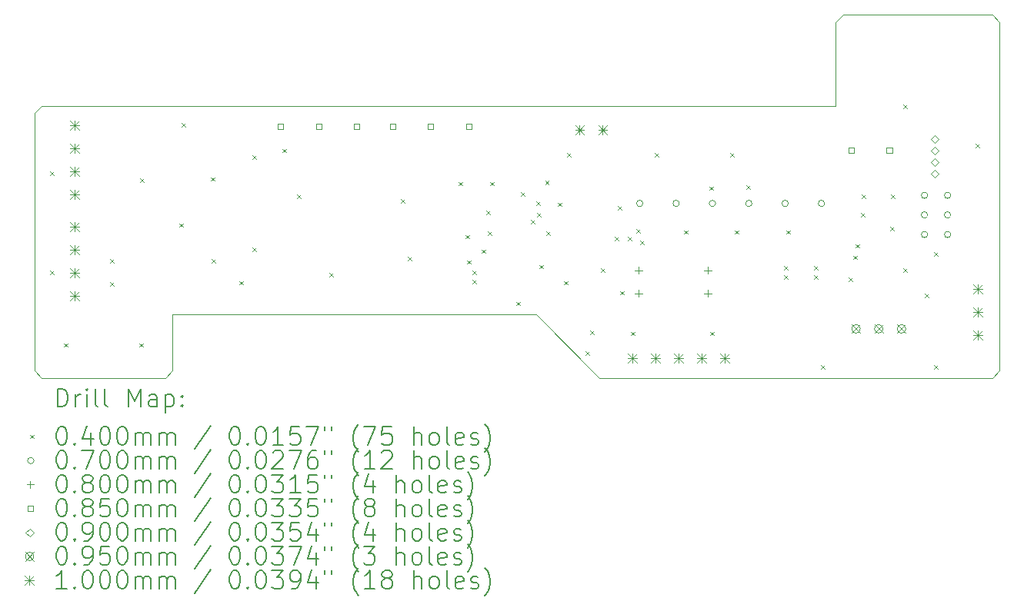
<source format=gbr>
%FSLAX45Y45*%
G04 Gerber Fmt 4.5, Leading zero omitted, Abs format (unit mm)*
G04 Created by KiCad (PCBNEW (6.0.2)) date 2022-03-27 15:57:51*
%MOMM*%
%LPD*%
G01*
G04 APERTURE LIST*
%TA.AperFunction,Profile*%
%ADD10C,0.100000*%
%TD*%
%ADD11C,0.200000*%
%ADD12C,0.040000*%
%ADD13C,0.070000*%
%ADD14C,0.080000*%
%ADD15C,0.085000*%
%ADD16C,0.090000*%
%ADD17C,0.095000*%
%ADD18C,0.100000*%
G04 APERTURE END LIST*
D10*
X5800000Y-8220000D02*
X5880000Y-8300000D01*
X7320000Y-8220000D02*
X7240000Y-8300000D01*
X16420000Y-8220000D02*
X16340000Y-8300000D01*
X14620000Y-4380000D02*
X14620000Y-5300000D01*
X11320000Y-7600000D02*
X12020000Y-8300000D01*
X16420000Y-8220000D02*
X16420000Y-4380000D01*
X16420000Y-4380000D02*
X16340000Y-4300000D01*
X5880000Y-8300000D02*
X7240000Y-8300000D01*
X7320000Y-8220000D02*
X7320000Y-7600000D01*
X16340000Y-8300000D02*
X12020000Y-8300000D01*
X5880000Y-5300000D02*
X5800000Y-5380000D01*
X5800000Y-8220000D02*
X5800000Y-5380000D01*
X14620000Y-5300000D02*
X5880000Y-5300000D01*
X14700000Y-4300000D02*
X14620000Y-4380000D01*
X16340000Y-4300000D02*
X14700000Y-4300000D01*
X7320000Y-7600000D02*
X11320000Y-7600000D01*
D11*
D12*
X5974400Y-6025200D02*
X6014400Y-6065200D01*
X6014400Y-6025200D02*
X5974400Y-6065200D01*
X5974400Y-7117400D02*
X6014400Y-7157400D01*
X6014400Y-7117400D02*
X5974400Y-7157400D01*
X6126800Y-7917500D02*
X6166800Y-7957500D01*
X6166800Y-7917500D02*
X6126800Y-7957500D01*
X6634800Y-6990400D02*
X6674800Y-7030400D01*
X6674800Y-6990400D02*
X6634800Y-7030400D01*
X6634800Y-7244400D02*
X6674800Y-7284400D01*
X6674800Y-7244400D02*
X6634800Y-7284400D01*
X6952300Y-7917500D02*
X6992300Y-7957500D01*
X6992300Y-7917500D02*
X6952300Y-7957500D01*
X6965000Y-6101400D02*
X7005000Y-6141400D01*
X7005000Y-6101400D02*
X6965000Y-6141400D01*
X7396800Y-6596700D02*
X7436800Y-6636700D01*
X7436800Y-6596700D02*
X7396800Y-6636700D01*
X7422200Y-5491800D02*
X7462200Y-5531800D01*
X7462200Y-5491800D02*
X7422200Y-5531800D01*
X7739700Y-6088700D02*
X7779700Y-6128700D01*
X7779700Y-6088700D02*
X7739700Y-6128700D01*
X7752400Y-6990400D02*
X7792400Y-7030400D01*
X7792400Y-6990400D02*
X7752400Y-7030400D01*
X8057200Y-7231700D02*
X8097200Y-7271700D01*
X8097200Y-7231700D02*
X8057200Y-7271700D01*
X8196900Y-5847400D02*
X8236900Y-5887400D01*
X8236900Y-5847400D02*
X8196900Y-5887400D01*
X8196900Y-6863400D02*
X8236900Y-6903400D01*
X8236900Y-6863400D02*
X8196900Y-6903400D01*
X8527100Y-5774950D02*
X8567100Y-5814950D01*
X8567100Y-5774950D02*
X8527100Y-5814950D01*
X8692200Y-6279200D02*
X8732200Y-6319200D01*
X8732200Y-6279200D02*
X8692200Y-6319200D01*
X9047800Y-7142800D02*
X9087800Y-7182800D01*
X9087800Y-7142800D02*
X9047800Y-7182800D01*
X9835200Y-6330000D02*
X9875200Y-6370000D01*
X9875200Y-6330000D02*
X9835200Y-6370000D01*
X9911400Y-6965000D02*
X9951400Y-7005000D01*
X9951400Y-6965000D02*
X9911400Y-7005000D01*
X10470200Y-6139500D02*
X10510200Y-6179500D01*
X10510200Y-6139500D02*
X10470200Y-6179500D01*
X10546400Y-6723700D02*
X10586400Y-6763700D01*
X10586400Y-6723700D02*
X10546400Y-6763700D01*
X10559100Y-7003100D02*
X10599100Y-7043100D01*
X10599100Y-7003100D02*
X10559100Y-7043100D01*
X10622600Y-7117400D02*
X10662600Y-7157400D01*
X10662600Y-7117400D02*
X10622600Y-7157400D01*
X10622600Y-7219000D02*
X10662600Y-7259000D01*
X10662600Y-7219000D02*
X10622600Y-7259000D01*
X10724200Y-6882448D02*
X10764200Y-6922448D01*
X10764200Y-6882448D02*
X10724200Y-6922448D01*
X10775000Y-6457000D02*
X10815000Y-6497000D01*
X10815000Y-6457000D02*
X10775000Y-6497000D01*
X10787700Y-6682596D02*
X10827700Y-6722596D01*
X10827700Y-6682596D02*
X10787700Y-6722596D01*
X10813100Y-6139500D02*
X10853100Y-6179500D01*
X10853100Y-6139500D02*
X10813100Y-6179500D01*
X11105200Y-7460300D02*
X11145200Y-7500300D01*
X11145200Y-7460300D02*
X11105200Y-7500300D01*
X11156000Y-6253800D02*
X11196000Y-6293800D01*
X11196000Y-6253800D02*
X11156000Y-6293800D01*
X11266550Y-6558600D02*
X11306550Y-6598600D01*
X11306550Y-6558600D02*
X11266550Y-6598600D01*
X11321100Y-6355400D02*
X11361100Y-6395400D01*
X11361100Y-6355400D02*
X11321100Y-6395400D01*
X11333800Y-6482400D02*
X11373800Y-6522400D01*
X11373800Y-6482400D02*
X11333800Y-6522400D01*
X11359200Y-7053900D02*
X11399200Y-7093900D01*
X11399200Y-7053900D02*
X11359200Y-7093900D01*
X11420528Y-6122997D02*
X11460528Y-6162997D01*
X11460528Y-6122997D02*
X11420528Y-6162997D01*
X11435400Y-6685600D02*
X11475400Y-6725600D01*
X11475400Y-6685600D02*
X11435400Y-6725600D01*
X11562400Y-6368100D02*
X11602400Y-6408100D01*
X11602400Y-6368100D02*
X11562400Y-6408100D01*
X11625900Y-7231700D02*
X11665900Y-7271700D01*
X11665900Y-7231700D02*
X11625900Y-7271700D01*
X11664000Y-5822000D02*
X11704000Y-5862000D01*
X11704000Y-5822000D02*
X11664000Y-5862000D01*
X11867200Y-8006400D02*
X11907200Y-8046400D01*
X11907200Y-8006400D02*
X11867200Y-8046400D01*
X11918000Y-7777800D02*
X11958000Y-7817800D01*
X11958000Y-7777800D02*
X11918000Y-7817800D01*
X12034840Y-7092000D02*
X12074840Y-7132000D01*
X12074840Y-7092000D02*
X12034840Y-7132000D01*
X12184700Y-6745999D02*
X12224700Y-6785999D01*
X12224700Y-6745999D02*
X12184700Y-6785999D01*
X12222800Y-6406200D02*
X12262800Y-6446200D01*
X12262800Y-6406200D02*
X12222800Y-6446200D01*
X12248200Y-7340920D02*
X12288200Y-7380920D01*
X12288200Y-7340920D02*
X12248200Y-7380920D01*
X12329924Y-6743575D02*
X12369924Y-6783575D01*
X12369924Y-6743575D02*
X12329924Y-6783575D01*
X12362500Y-7790500D02*
X12402500Y-7830500D01*
X12402500Y-7790500D02*
X12362500Y-7830500D01*
X12426000Y-6660200D02*
X12466000Y-6700200D01*
X12466000Y-6660200D02*
X12426000Y-6700200D01*
X12464100Y-6787200D02*
X12504100Y-6827200D01*
X12504100Y-6787200D02*
X12464100Y-6827200D01*
X12629200Y-5822000D02*
X12669200Y-5862000D01*
X12669200Y-5822000D02*
X12629200Y-5862000D01*
X12946700Y-6672900D02*
X12986700Y-6712900D01*
X12986700Y-6672900D02*
X12946700Y-6712900D01*
X13226100Y-6190300D02*
X13266100Y-6230300D01*
X13266100Y-6190300D02*
X13226100Y-6230300D01*
X13238800Y-7790500D02*
X13278800Y-7830500D01*
X13278800Y-7790500D02*
X13238800Y-7830500D01*
X13454700Y-5822000D02*
X13494700Y-5862000D01*
X13494700Y-5822000D02*
X13454700Y-5862000D01*
X13505500Y-6672900D02*
X13545500Y-6712900D01*
X13545500Y-6672900D02*
X13505500Y-6712900D01*
X13632500Y-6177600D02*
X13672500Y-6217600D01*
X13672500Y-6177600D02*
X13632500Y-6217600D01*
X14051600Y-7066600D02*
X14091600Y-7106600D01*
X14091600Y-7066600D02*
X14051600Y-7106600D01*
X14051600Y-7168200D02*
X14091600Y-7208200D01*
X14091600Y-7168200D02*
X14051600Y-7208200D01*
X14077000Y-6672900D02*
X14117000Y-6712900D01*
X14117000Y-6672900D02*
X14077000Y-6712900D01*
X14381800Y-7066600D02*
X14421800Y-7106600D01*
X14421800Y-7066600D02*
X14381800Y-7106600D01*
X14381800Y-7168200D02*
X14421800Y-7208200D01*
X14421800Y-7168200D02*
X14381800Y-7208200D01*
X14458000Y-8158800D02*
X14498000Y-8198800D01*
X14498000Y-8158800D02*
X14458000Y-8198800D01*
X14762800Y-7193600D02*
X14802800Y-7233600D01*
X14802800Y-7193600D02*
X14762800Y-7233600D01*
X14813600Y-6952300D02*
X14853600Y-6992300D01*
X14853600Y-6952300D02*
X14813600Y-6992300D01*
X14839000Y-6825300D02*
X14879000Y-6865300D01*
X14879000Y-6825300D02*
X14839000Y-6865300D01*
X14899960Y-6482400D02*
X14939960Y-6522400D01*
X14939960Y-6482400D02*
X14899960Y-6522400D01*
X14902500Y-6279200D02*
X14942500Y-6319200D01*
X14942500Y-6279200D02*
X14902500Y-6319200D01*
X15220000Y-6634800D02*
X15260000Y-6674800D01*
X15260000Y-6634800D02*
X15220000Y-6674800D01*
X15230160Y-6279200D02*
X15270160Y-6319200D01*
X15270160Y-6279200D02*
X15230160Y-6319200D01*
X15359700Y-5288600D02*
X15399700Y-5328600D01*
X15399700Y-5288600D02*
X15359700Y-5328600D01*
X15359700Y-7092000D02*
X15399700Y-7132000D01*
X15399700Y-7092000D02*
X15359700Y-7132000D01*
X15601000Y-7371400D02*
X15641000Y-7411400D01*
X15641000Y-7371400D02*
X15601000Y-7411400D01*
X15702600Y-6914200D02*
X15742600Y-6954200D01*
X15742600Y-6914200D02*
X15702600Y-6954200D01*
X15702600Y-8158800D02*
X15742600Y-8198800D01*
X15742600Y-8158800D02*
X15702600Y-8198800D01*
X16159800Y-5720400D02*
X16199800Y-5760400D01*
X16199800Y-5720400D02*
X16159800Y-5760400D01*
D13*
X12497000Y-6375700D02*
G75*
G03*
X12497000Y-6375700I-35000J0D01*
G01*
X12897000Y-6375700D02*
G75*
G03*
X12897000Y-6375700I-35000J0D01*
G01*
X13297000Y-6375700D02*
G75*
G03*
X13297000Y-6375700I-35000J0D01*
G01*
X13697000Y-6375700D02*
G75*
G03*
X13697000Y-6375700I-35000J0D01*
G01*
X14097000Y-6375700D02*
G75*
G03*
X14097000Y-6375700I-35000J0D01*
G01*
X14497000Y-6375700D02*
G75*
G03*
X14497000Y-6375700I-35000J0D01*
G01*
X15630600Y-6286500D02*
G75*
G03*
X15630600Y-6286500I-35000J0D01*
G01*
X15630600Y-6502400D02*
G75*
G03*
X15630600Y-6502400I-35000J0D01*
G01*
X15630600Y-6718300D02*
G75*
G03*
X15630600Y-6718300I-35000J0D01*
G01*
X15884600Y-6286500D02*
G75*
G03*
X15884600Y-6286500I-35000J0D01*
G01*
X15884600Y-6502400D02*
G75*
G03*
X15884600Y-6502400I-35000J0D01*
G01*
X15884600Y-6718300D02*
G75*
G03*
X15884600Y-6718300I-35000J0D01*
G01*
D14*
X12450250Y-7071500D02*
X12450250Y-7151500D01*
X12410250Y-7111500D02*
X12490250Y-7111500D01*
X12450250Y-7325500D02*
X12450250Y-7405500D01*
X12410250Y-7365500D02*
X12490250Y-7365500D01*
X13212250Y-7071500D02*
X13212250Y-7151500D01*
X13172250Y-7111500D02*
X13252250Y-7111500D01*
X13212250Y-7325500D02*
X13212250Y-7405500D01*
X13172250Y-7365500D02*
X13252250Y-7365500D01*
D15*
X8537252Y-5554552D02*
X8537252Y-5494448D01*
X8477148Y-5494448D01*
X8477148Y-5554552D01*
X8537252Y-5554552D01*
X8957252Y-5554552D02*
X8957252Y-5494448D01*
X8897148Y-5494448D01*
X8897148Y-5554552D01*
X8957252Y-5554552D01*
X9377252Y-5554552D02*
X9377252Y-5494448D01*
X9317148Y-5494448D01*
X9317148Y-5554552D01*
X9377252Y-5554552D01*
X9770052Y-5554552D02*
X9770052Y-5494448D01*
X9709948Y-5494448D01*
X9709948Y-5554552D01*
X9770052Y-5554552D01*
X10190052Y-5554552D02*
X10190052Y-5494448D01*
X10129948Y-5494448D01*
X10129948Y-5554552D01*
X10190052Y-5554552D01*
X10610052Y-5554552D02*
X10610052Y-5494448D01*
X10549948Y-5494448D01*
X10549948Y-5554552D01*
X10610052Y-5554552D01*
X14818752Y-5819552D02*
X14818752Y-5759448D01*
X14758648Y-5759448D01*
X14758648Y-5819552D01*
X14818752Y-5819552D01*
X15238752Y-5819552D02*
X15238752Y-5759448D01*
X15178648Y-5759448D01*
X15178648Y-5819552D01*
X15238752Y-5819552D01*
D16*
X15710000Y-5714000D02*
X15755000Y-5669000D01*
X15710000Y-5624000D01*
X15665000Y-5669000D01*
X15710000Y-5714000D01*
X15710000Y-5841000D02*
X15755000Y-5796000D01*
X15710000Y-5751000D01*
X15665000Y-5796000D01*
X15710000Y-5841000D01*
X15710000Y-5968000D02*
X15755000Y-5923000D01*
X15710000Y-5878000D01*
X15665000Y-5923000D01*
X15710000Y-5968000D01*
X15710000Y-6095000D02*
X15755000Y-6050000D01*
X15710000Y-6005000D01*
X15665000Y-6050000D01*
X15710000Y-6095000D01*
D17*
X14794100Y-7710100D02*
X14889100Y-7805100D01*
X14889100Y-7710100D02*
X14794100Y-7805100D01*
X14889100Y-7757600D02*
G75*
G03*
X14889100Y-7757600I-47500J0D01*
G01*
X15044100Y-7710100D02*
X15139100Y-7805100D01*
X15139100Y-7710100D02*
X15044100Y-7805100D01*
X15139100Y-7757600D02*
G75*
G03*
X15139100Y-7757600I-47500J0D01*
G01*
X15294100Y-7710100D02*
X15389100Y-7805100D01*
X15389100Y-7710100D02*
X15294100Y-7805100D01*
X15389100Y-7757600D02*
G75*
G03*
X15389100Y-7757600I-47500J0D01*
G01*
D18*
X6192700Y-5462800D02*
X6292700Y-5562800D01*
X6292700Y-5462800D02*
X6192700Y-5562800D01*
X6242700Y-5462800D02*
X6242700Y-5562800D01*
X6192700Y-5512800D02*
X6292700Y-5512800D01*
X6192700Y-5716800D02*
X6292700Y-5816800D01*
X6292700Y-5716800D02*
X6192700Y-5816800D01*
X6242700Y-5716800D02*
X6242700Y-5816800D01*
X6192700Y-5766800D02*
X6292700Y-5766800D01*
X6192700Y-5970800D02*
X6292700Y-6070800D01*
X6292700Y-5970800D02*
X6192700Y-6070800D01*
X6242700Y-5970800D02*
X6242700Y-6070800D01*
X6192700Y-6020800D02*
X6292700Y-6020800D01*
X6192700Y-6224800D02*
X6292700Y-6324800D01*
X6292700Y-6224800D02*
X6192700Y-6324800D01*
X6242700Y-6224800D02*
X6242700Y-6324800D01*
X6192700Y-6274800D02*
X6292700Y-6274800D01*
X6192700Y-6580400D02*
X6292700Y-6680400D01*
X6292700Y-6580400D02*
X6192700Y-6680400D01*
X6242700Y-6580400D02*
X6242700Y-6680400D01*
X6192700Y-6630400D02*
X6292700Y-6630400D01*
X6192700Y-6834400D02*
X6292700Y-6934400D01*
X6292700Y-6834400D02*
X6192700Y-6934400D01*
X6242700Y-6834400D02*
X6242700Y-6934400D01*
X6192700Y-6884400D02*
X6292700Y-6884400D01*
X6192700Y-7088400D02*
X6292700Y-7188400D01*
X6292700Y-7088400D02*
X6192700Y-7188400D01*
X6242700Y-7088400D02*
X6242700Y-7188400D01*
X6192700Y-7138400D02*
X6292700Y-7138400D01*
X6192700Y-7342400D02*
X6292700Y-7442400D01*
X6292700Y-7342400D02*
X6192700Y-7442400D01*
X6242700Y-7342400D02*
X6242700Y-7442400D01*
X6192700Y-7392400D02*
X6292700Y-7392400D01*
X11750650Y-5512600D02*
X11850650Y-5612600D01*
X11850650Y-5512600D02*
X11750650Y-5612600D01*
X11800650Y-5512600D02*
X11800650Y-5612600D01*
X11750650Y-5562600D02*
X11850650Y-5562600D01*
X12004650Y-5512600D02*
X12104650Y-5612600D01*
X12104650Y-5512600D02*
X12004650Y-5612600D01*
X12054650Y-5512600D02*
X12054650Y-5612600D01*
X12004650Y-5562600D02*
X12104650Y-5562600D01*
X12333000Y-8027200D02*
X12433000Y-8127200D01*
X12433000Y-8027200D02*
X12333000Y-8127200D01*
X12383000Y-8027200D02*
X12383000Y-8127200D01*
X12333000Y-8077200D02*
X12433000Y-8077200D01*
X12587000Y-8027200D02*
X12687000Y-8127200D01*
X12687000Y-8027200D02*
X12587000Y-8127200D01*
X12637000Y-8027200D02*
X12637000Y-8127200D01*
X12587000Y-8077200D02*
X12687000Y-8077200D01*
X12841000Y-8027200D02*
X12941000Y-8127200D01*
X12941000Y-8027200D02*
X12841000Y-8127200D01*
X12891000Y-8027200D02*
X12891000Y-8127200D01*
X12841000Y-8077200D02*
X12941000Y-8077200D01*
X13095000Y-8027200D02*
X13195000Y-8127200D01*
X13195000Y-8027200D02*
X13095000Y-8127200D01*
X13145000Y-8027200D02*
X13145000Y-8127200D01*
X13095000Y-8077200D02*
X13195000Y-8077200D01*
X13349000Y-8027200D02*
X13449000Y-8127200D01*
X13449000Y-8027200D02*
X13349000Y-8127200D01*
X13399000Y-8027200D02*
X13399000Y-8127200D01*
X13349000Y-8077200D02*
X13449000Y-8077200D01*
X16129800Y-7266700D02*
X16229800Y-7366700D01*
X16229800Y-7266700D02*
X16129800Y-7366700D01*
X16179800Y-7266700D02*
X16179800Y-7366700D01*
X16129800Y-7316700D02*
X16229800Y-7316700D01*
X16129800Y-7520700D02*
X16229800Y-7620700D01*
X16229800Y-7520700D02*
X16129800Y-7620700D01*
X16179800Y-7520700D02*
X16179800Y-7620700D01*
X16129800Y-7570700D02*
X16229800Y-7570700D01*
X16129800Y-7774700D02*
X16229800Y-7874700D01*
X16229800Y-7774700D02*
X16129800Y-7874700D01*
X16179800Y-7774700D02*
X16179800Y-7874700D01*
X16129800Y-7824700D02*
X16229800Y-7824700D01*
D11*
X6052619Y-8615476D02*
X6052619Y-8415476D01*
X6100238Y-8415476D01*
X6128809Y-8425000D01*
X6147857Y-8444048D01*
X6157381Y-8463095D01*
X6166905Y-8501190D01*
X6166905Y-8529762D01*
X6157381Y-8567857D01*
X6147857Y-8586905D01*
X6128809Y-8605952D01*
X6100238Y-8615476D01*
X6052619Y-8615476D01*
X6252619Y-8615476D02*
X6252619Y-8482143D01*
X6252619Y-8520238D02*
X6262143Y-8501190D01*
X6271667Y-8491667D01*
X6290714Y-8482143D01*
X6309762Y-8482143D01*
X6376428Y-8615476D02*
X6376428Y-8482143D01*
X6376428Y-8415476D02*
X6366905Y-8425000D01*
X6376428Y-8434524D01*
X6385952Y-8425000D01*
X6376428Y-8415476D01*
X6376428Y-8434524D01*
X6500238Y-8615476D02*
X6481190Y-8605952D01*
X6471667Y-8586905D01*
X6471667Y-8415476D01*
X6605000Y-8615476D02*
X6585952Y-8605952D01*
X6576428Y-8586905D01*
X6576428Y-8415476D01*
X6833571Y-8615476D02*
X6833571Y-8415476D01*
X6900238Y-8558333D01*
X6966905Y-8415476D01*
X6966905Y-8615476D01*
X7147857Y-8615476D02*
X7147857Y-8510714D01*
X7138333Y-8491667D01*
X7119286Y-8482143D01*
X7081190Y-8482143D01*
X7062143Y-8491667D01*
X7147857Y-8605952D02*
X7128809Y-8615476D01*
X7081190Y-8615476D01*
X7062143Y-8605952D01*
X7052619Y-8586905D01*
X7052619Y-8567857D01*
X7062143Y-8548810D01*
X7081190Y-8539286D01*
X7128809Y-8539286D01*
X7147857Y-8529762D01*
X7243095Y-8482143D02*
X7243095Y-8682143D01*
X7243095Y-8491667D02*
X7262143Y-8482143D01*
X7300238Y-8482143D01*
X7319286Y-8491667D01*
X7328809Y-8501190D01*
X7338333Y-8520238D01*
X7338333Y-8577381D01*
X7328809Y-8596429D01*
X7319286Y-8605952D01*
X7300238Y-8615476D01*
X7262143Y-8615476D01*
X7243095Y-8605952D01*
X7424048Y-8596429D02*
X7433571Y-8605952D01*
X7424048Y-8615476D01*
X7414524Y-8605952D01*
X7424048Y-8596429D01*
X7424048Y-8615476D01*
X7424048Y-8491667D02*
X7433571Y-8501190D01*
X7424048Y-8510714D01*
X7414524Y-8501190D01*
X7424048Y-8491667D01*
X7424048Y-8510714D01*
D12*
X5755000Y-8925000D02*
X5795000Y-8965000D01*
X5795000Y-8925000D02*
X5755000Y-8965000D01*
D11*
X6090714Y-8835476D02*
X6109762Y-8835476D01*
X6128809Y-8845000D01*
X6138333Y-8854524D01*
X6147857Y-8873571D01*
X6157381Y-8911667D01*
X6157381Y-8959286D01*
X6147857Y-8997381D01*
X6138333Y-9016429D01*
X6128809Y-9025952D01*
X6109762Y-9035476D01*
X6090714Y-9035476D01*
X6071667Y-9025952D01*
X6062143Y-9016429D01*
X6052619Y-8997381D01*
X6043095Y-8959286D01*
X6043095Y-8911667D01*
X6052619Y-8873571D01*
X6062143Y-8854524D01*
X6071667Y-8845000D01*
X6090714Y-8835476D01*
X6243095Y-9016429D02*
X6252619Y-9025952D01*
X6243095Y-9035476D01*
X6233571Y-9025952D01*
X6243095Y-9016429D01*
X6243095Y-9035476D01*
X6424048Y-8902143D02*
X6424048Y-9035476D01*
X6376428Y-8825952D02*
X6328809Y-8968810D01*
X6452619Y-8968810D01*
X6566905Y-8835476D02*
X6585952Y-8835476D01*
X6605000Y-8845000D01*
X6614524Y-8854524D01*
X6624048Y-8873571D01*
X6633571Y-8911667D01*
X6633571Y-8959286D01*
X6624048Y-8997381D01*
X6614524Y-9016429D01*
X6605000Y-9025952D01*
X6585952Y-9035476D01*
X6566905Y-9035476D01*
X6547857Y-9025952D01*
X6538333Y-9016429D01*
X6528809Y-8997381D01*
X6519286Y-8959286D01*
X6519286Y-8911667D01*
X6528809Y-8873571D01*
X6538333Y-8854524D01*
X6547857Y-8845000D01*
X6566905Y-8835476D01*
X6757381Y-8835476D02*
X6776428Y-8835476D01*
X6795476Y-8845000D01*
X6805000Y-8854524D01*
X6814524Y-8873571D01*
X6824048Y-8911667D01*
X6824048Y-8959286D01*
X6814524Y-8997381D01*
X6805000Y-9016429D01*
X6795476Y-9025952D01*
X6776428Y-9035476D01*
X6757381Y-9035476D01*
X6738333Y-9025952D01*
X6728809Y-9016429D01*
X6719286Y-8997381D01*
X6709762Y-8959286D01*
X6709762Y-8911667D01*
X6719286Y-8873571D01*
X6728809Y-8854524D01*
X6738333Y-8845000D01*
X6757381Y-8835476D01*
X6909762Y-9035476D02*
X6909762Y-8902143D01*
X6909762Y-8921190D02*
X6919286Y-8911667D01*
X6938333Y-8902143D01*
X6966905Y-8902143D01*
X6985952Y-8911667D01*
X6995476Y-8930714D01*
X6995476Y-9035476D01*
X6995476Y-8930714D02*
X7005000Y-8911667D01*
X7024048Y-8902143D01*
X7052619Y-8902143D01*
X7071667Y-8911667D01*
X7081190Y-8930714D01*
X7081190Y-9035476D01*
X7176428Y-9035476D02*
X7176428Y-8902143D01*
X7176428Y-8921190D02*
X7185952Y-8911667D01*
X7205000Y-8902143D01*
X7233571Y-8902143D01*
X7252619Y-8911667D01*
X7262143Y-8930714D01*
X7262143Y-9035476D01*
X7262143Y-8930714D02*
X7271667Y-8911667D01*
X7290714Y-8902143D01*
X7319286Y-8902143D01*
X7338333Y-8911667D01*
X7347857Y-8930714D01*
X7347857Y-9035476D01*
X7738333Y-8825952D02*
X7566905Y-9083095D01*
X7995476Y-8835476D02*
X8014524Y-8835476D01*
X8033571Y-8845000D01*
X8043095Y-8854524D01*
X8052619Y-8873571D01*
X8062143Y-8911667D01*
X8062143Y-8959286D01*
X8052619Y-8997381D01*
X8043095Y-9016429D01*
X8033571Y-9025952D01*
X8014524Y-9035476D01*
X7995476Y-9035476D01*
X7976428Y-9025952D01*
X7966905Y-9016429D01*
X7957381Y-8997381D01*
X7947857Y-8959286D01*
X7947857Y-8911667D01*
X7957381Y-8873571D01*
X7966905Y-8854524D01*
X7976428Y-8845000D01*
X7995476Y-8835476D01*
X8147857Y-9016429D02*
X8157381Y-9025952D01*
X8147857Y-9035476D01*
X8138333Y-9025952D01*
X8147857Y-9016429D01*
X8147857Y-9035476D01*
X8281190Y-8835476D02*
X8300238Y-8835476D01*
X8319286Y-8845000D01*
X8328809Y-8854524D01*
X8338333Y-8873571D01*
X8347857Y-8911667D01*
X8347857Y-8959286D01*
X8338333Y-8997381D01*
X8328809Y-9016429D01*
X8319286Y-9025952D01*
X8300238Y-9035476D01*
X8281190Y-9035476D01*
X8262143Y-9025952D01*
X8252619Y-9016429D01*
X8243095Y-8997381D01*
X8233571Y-8959286D01*
X8233571Y-8911667D01*
X8243095Y-8873571D01*
X8252619Y-8854524D01*
X8262143Y-8845000D01*
X8281190Y-8835476D01*
X8538333Y-9035476D02*
X8424048Y-9035476D01*
X8481190Y-9035476D02*
X8481190Y-8835476D01*
X8462143Y-8864048D01*
X8443095Y-8883095D01*
X8424048Y-8892619D01*
X8719286Y-8835476D02*
X8624048Y-8835476D01*
X8614524Y-8930714D01*
X8624048Y-8921190D01*
X8643095Y-8911667D01*
X8690714Y-8911667D01*
X8709762Y-8921190D01*
X8719286Y-8930714D01*
X8728810Y-8949762D01*
X8728810Y-8997381D01*
X8719286Y-9016429D01*
X8709762Y-9025952D01*
X8690714Y-9035476D01*
X8643095Y-9035476D01*
X8624048Y-9025952D01*
X8614524Y-9016429D01*
X8795476Y-8835476D02*
X8928810Y-8835476D01*
X8843095Y-9035476D01*
X8995476Y-8835476D02*
X8995476Y-8873571D01*
X9071667Y-8835476D02*
X9071667Y-8873571D01*
X9366905Y-9111667D02*
X9357381Y-9102143D01*
X9338333Y-9073571D01*
X9328810Y-9054524D01*
X9319286Y-9025952D01*
X9309762Y-8978333D01*
X9309762Y-8940238D01*
X9319286Y-8892619D01*
X9328810Y-8864048D01*
X9338333Y-8845000D01*
X9357381Y-8816429D01*
X9366905Y-8806905D01*
X9424048Y-8835476D02*
X9557381Y-8835476D01*
X9471667Y-9035476D01*
X9728810Y-8835476D02*
X9633571Y-8835476D01*
X9624048Y-8930714D01*
X9633571Y-8921190D01*
X9652619Y-8911667D01*
X9700238Y-8911667D01*
X9719286Y-8921190D01*
X9728810Y-8930714D01*
X9738333Y-8949762D01*
X9738333Y-8997381D01*
X9728810Y-9016429D01*
X9719286Y-9025952D01*
X9700238Y-9035476D01*
X9652619Y-9035476D01*
X9633571Y-9025952D01*
X9624048Y-9016429D01*
X9976429Y-9035476D02*
X9976429Y-8835476D01*
X10062143Y-9035476D02*
X10062143Y-8930714D01*
X10052619Y-8911667D01*
X10033571Y-8902143D01*
X10005000Y-8902143D01*
X9985952Y-8911667D01*
X9976429Y-8921190D01*
X10185952Y-9035476D02*
X10166905Y-9025952D01*
X10157381Y-9016429D01*
X10147857Y-8997381D01*
X10147857Y-8940238D01*
X10157381Y-8921190D01*
X10166905Y-8911667D01*
X10185952Y-8902143D01*
X10214524Y-8902143D01*
X10233571Y-8911667D01*
X10243095Y-8921190D01*
X10252619Y-8940238D01*
X10252619Y-8997381D01*
X10243095Y-9016429D01*
X10233571Y-9025952D01*
X10214524Y-9035476D01*
X10185952Y-9035476D01*
X10366905Y-9035476D02*
X10347857Y-9025952D01*
X10338333Y-9006905D01*
X10338333Y-8835476D01*
X10519286Y-9025952D02*
X10500238Y-9035476D01*
X10462143Y-9035476D01*
X10443095Y-9025952D01*
X10433571Y-9006905D01*
X10433571Y-8930714D01*
X10443095Y-8911667D01*
X10462143Y-8902143D01*
X10500238Y-8902143D01*
X10519286Y-8911667D01*
X10528810Y-8930714D01*
X10528810Y-8949762D01*
X10433571Y-8968810D01*
X10605000Y-9025952D02*
X10624048Y-9035476D01*
X10662143Y-9035476D01*
X10681190Y-9025952D01*
X10690714Y-9006905D01*
X10690714Y-8997381D01*
X10681190Y-8978333D01*
X10662143Y-8968810D01*
X10633571Y-8968810D01*
X10614524Y-8959286D01*
X10605000Y-8940238D01*
X10605000Y-8930714D01*
X10614524Y-8911667D01*
X10633571Y-8902143D01*
X10662143Y-8902143D01*
X10681190Y-8911667D01*
X10757381Y-9111667D02*
X10766905Y-9102143D01*
X10785952Y-9073571D01*
X10795476Y-9054524D01*
X10805000Y-9025952D01*
X10814524Y-8978333D01*
X10814524Y-8940238D01*
X10805000Y-8892619D01*
X10795476Y-8864048D01*
X10785952Y-8845000D01*
X10766905Y-8816429D01*
X10757381Y-8806905D01*
D13*
X5795000Y-9209000D02*
G75*
G03*
X5795000Y-9209000I-35000J0D01*
G01*
D11*
X6090714Y-9099476D02*
X6109762Y-9099476D01*
X6128809Y-9109000D01*
X6138333Y-9118524D01*
X6147857Y-9137571D01*
X6157381Y-9175667D01*
X6157381Y-9223286D01*
X6147857Y-9261381D01*
X6138333Y-9280429D01*
X6128809Y-9289952D01*
X6109762Y-9299476D01*
X6090714Y-9299476D01*
X6071667Y-9289952D01*
X6062143Y-9280429D01*
X6052619Y-9261381D01*
X6043095Y-9223286D01*
X6043095Y-9175667D01*
X6052619Y-9137571D01*
X6062143Y-9118524D01*
X6071667Y-9109000D01*
X6090714Y-9099476D01*
X6243095Y-9280429D02*
X6252619Y-9289952D01*
X6243095Y-9299476D01*
X6233571Y-9289952D01*
X6243095Y-9280429D01*
X6243095Y-9299476D01*
X6319286Y-9099476D02*
X6452619Y-9099476D01*
X6366905Y-9299476D01*
X6566905Y-9099476D02*
X6585952Y-9099476D01*
X6605000Y-9109000D01*
X6614524Y-9118524D01*
X6624048Y-9137571D01*
X6633571Y-9175667D01*
X6633571Y-9223286D01*
X6624048Y-9261381D01*
X6614524Y-9280429D01*
X6605000Y-9289952D01*
X6585952Y-9299476D01*
X6566905Y-9299476D01*
X6547857Y-9289952D01*
X6538333Y-9280429D01*
X6528809Y-9261381D01*
X6519286Y-9223286D01*
X6519286Y-9175667D01*
X6528809Y-9137571D01*
X6538333Y-9118524D01*
X6547857Y-9109000D01*
X6566905Y-9099476D01*
X6757381Y-9099476D02*
X6776428Y-9099476D01*
X6795476Y-9109000D01*
X6805000Y-9118524D01*
X6814524Y-9137571D01*
X6824048Y-9175667D01*
X6824048Y-9223286D01*
X6814524Y-9261381D01*
X6805000Y-9280429D01*
X6795476Y-9289952D01*
X6776428Y-9299476D01*
X6757381Y-9299476D01*
X6738333Y-9289952D01*
X6728809Y-9280429D01*
X6719286Y-9261381D01*
X6709762Y-9223286D01*
X6709762Y-9175667D01*
X6719286Y-9137571D01*
X6728809Y-9118524D01*
X6738333Y-9109000D01*
X6757381Y-9099476D01*
X6909762Y-9299476D02*
X6909762Y-9166143D01*
X6909762Y-9185190D02*
X6919286Y-9175667D01*
X6938333Y-9166143D01*
X6966905Y-9166143D01*
X6985952Y-9175667D01*
X6995476Y-9194714D01*
X6995476Y-9299476D01*
X6995476Y-9194714D02*
X7005000Y-9175667D01*
X7024048Y-9166143D01*
X7052619Y-9166143D01*
X7071667Y-9175667D01*
X7081190Y-9194714D01*
X7081190Y-9299476D01*
X7176428Y-9299476D02*
X7176428Y-9166143D01*
X7176428Y-9185190D02*
X7185952Y-9175667D01*
X7205000Y-9166143D01*
X7233571Y-9166143D01*
X7252619Y-9175667D01*
X7262143Y-9194714D01*
X7262143Y-9299476D01*
X7262143Y-9194714D02*
X7271667Y-9175667D01*
X7290714Y-9166143D01*
X7319286Y-9166143D01*
X7338333Y-9175667D01*
X7347857Y-9194714D01*
X7347857Y-9299476D01*
X7738333Y-9089952D02*
X7566905Y-9347095D01*
X7995476Y-9099476D02*
X8014524Y-9099476D01*
X8033571Y-9109000D01*
X8043095Y-9118524D01*
X8052619Y-9137571D01*
X8062143Y-9175667D01*
X8062143Y-9223286D01*
X8052619Y-9261381D01*
X8043095Y-9280429D01*
X8033571Y-9289952D01*
X8014524Y-9299476D01*
X7995476Y-9299476D01*
X7976428Y-9289952D01*
X7966905Y-9280429D01*
X7957381Y-9261381D01*
X7947857Y-9223286D01*
X7947857Y-9175667D01*
X7957381Y-9137571D01*
X7966905Y-9118524D01*
X7976428Y-9109000D01*
X7995476Y-9099476D01*
X8147857Y-9280429D02*
X8157381Y-9289952D01*
X8147857Y-9299476D01*
X8138333Y-9289952D01*
X8147857Y-9280429D01*
X8147857Y-9299476D01*
X8281190Y-9099476D02*
X8300238Y-9099476D01*
X8319286Y-9109000D01*
X8328809Y-9118524D01*
X8338333Y-9137571D01*
X8347857Y-9175667D01*
X8347857Y-9223286D01*
X8338333Y-9261381D01*
X8328809Y-9280429D01*
X8319286Y-9289952D01*
X8300238Y-9299476D01*
X8281190Y-9299476D01*
X8262143Y-9289952D01*
X8252619Y-9280429D01*
X8243095Y-9261381D01*
X8233571Y-9223286D01*
X8233571Y-9175667D01*
X8243095Y-9137571D01*
X8252619Y-9118524D01*
X8262143Y-9109000D01*
X8281190Y-9099476D01*
X8424048Y-9118524D02*
X8433571Y-9109000D01*
X8452619Y-9099476D01*
X8500238Y-9099476D01*
X8519286Y-9109000D01*
X8528810Y-9118524D01*
X8538333Y-9137571D01*
X8538333Y-9156619D01*
X8528810Y-9185190D01*
X8414524Y-9299476D01*
X8538333Y-9299476D01*
X8605000Y-9099476D02*
X8738333Y-9099476D01*
X8652619Y-9299476D01*
X8900238Y-9099476D02*
X8862143Y-9099476D01*
X8843095Y-9109000D01*
X8833571Y-9118524D01*
X8814524Y-9147095D01*
X8805000Y-9185190D01*
X8805000Y-9261381D01*
X8814524Y-9280429D01*
X8824048Y-9289952D01*
X8843095Y-9299476D01*
X8881190Y-9299476D01*
X8900238Y-9289952D01*
X8909762Y-9280429D01*
X8919286Y-9261381D01*
X8919286Y-9213762D01*
X8909762Y-9194714D01*
X8900238Y-9185190D01*
X8881190Y-9175667D01*
X8843095Y-9175667D01*
X8824048Y-9185190D01*
X8814524Y-9194714D01*
X8805000Y-9213762D01*
X8995476Y-9099476D02*
X8995476Y-9137571D01*
X9071667Y-9099476D02*
X9071667Y-9137571D01*
X9366905Y-9375667D02*
X9357381Y-9366143D01*
X9338333Y-9337571D01*
X9328810Y-9318524D01*
X9319286Y-9289952D01*
X9309762Y-9242333D01*
X9309762Y-9204238D01*
X9319286Y-9156619D01*
X9328810Y-9128048D01*
X9338333Y-9109000D01*
X9357381Y-9080429D01*
X9366905Y-9070905D01*
X9547857Y-9299476D02*
X9433571Y-9299476D01*
X9490714Y-9299476D02*
X9490714Y-9099476D01*
X9471667Y-9128048D01*
X9452619Y-9147095D01*
X9433571Y-9156619D01*
X9624048Y-9118524D02*
X9633571Y-9109000D01*
X9652619Y-9099476D01*
X9700238Y-9099476D01*
X9719286Y-9109000D01*
X9728810Y-9118524D01*
X9738333Y-9137571D01*
X9738333Y-9156619D01*
X9728810Y-9185190D01*
X9614524Y-9299476D01*
X9738333Y-9299476D01*
X9976429Y-9299476D02*
X9976429Y-9099476D01*
X10062143Y-9299476D02*
X10062143Y-9194714D01*
X10052619Y-9175667D01*
X10033571Y-9166143D01*
X10005000Y-9166143D01*
X9985952Y-9175667D01*
X9976429Y-9185190D01*
X10185952Y-9299476D02*
X10166905Y-9289952D01*
X10157381Y-9280429D01*
X10147857Y-9261381D01*
X10147857Y-9204238D01*
X10157381Y-9185190D01*
X10166905Y-9175667D01*
X10185952Y-9166143D01*
X10214524Y-9166143D01*
X10233571Y-9175667D01*
X10243095Y-9185190D01*
X10252619Y-9204238D01*
X10252619Y-9261381D01*
X10243095Y-9280429D01*
X10233571Y-9289952D01*
X10214524Y-9299476D01*
X10185952Y-9299476D01*
X10366905Y-9299476D02*
X10347857Y-9289952D01*
X10338333Y-9270905D01*
X10338333Y-9099476D01*
X10519286Y-9289952D02*
X10500238Y-9299476D01*
X10462143Y-9299476D01*
X10443095Y-9289952D01*
X10433571Y-9270905D01*
X10433571Y-9194714D01*
X10443095Y-9175667D01*
X10462143Y-9166143D01*
X10500238Y-9166143D01*
X10519286Y-9175667D01*
X10528810Y-9194714D01*
X10528810Y-9213762D01*
X10433571Y-9232810D01*
X10605000Y-9289952D02*
X10624048Y-9299476D01*
X10662143Y-9299476D01*
X10681190Y-9289952D01*
X10690714Y-9270905D01*
X10690714Y-9261381D01*
X10681190Y-9242333D01*
X10662143Y-9232810D01*
X10633571Y-9232810D01*
X10614524Y-9223286D01*
X10605000Y-9204238D01*
X10605000Y-9194714D01*
X10614524Y-9175667D01*
X10633571Y-9166143D01*
X10662143Y-9166143D01*
X10681190Y-9175667D01*
X10757381Y-9375667D02*
X10766905Y-9366143D01*
X10785952Y-9337571D01*
X10795476Y-9318524D01*
X10805000Y-9289952D01*
X10814524Y-9242333D01*
X10814524Y-9204238D01*
X10805000Y-9156619D01*
X10795476Y-9128048D01*
X10785952Y-9109000D01*
X10766905Y-9080429D01*
X10757381Y-9070905D01*
D14*
X5755000Y-9433000D02*
X5755000Y-9513000D01*
X5715000Y-9473000D02*
X5795000Y-9473000D01*
D11*
X6090714Y-9363476D02*
X6109762Y-9363476D01*
X6128809Y-9373000D01*
X6138333Y-9382524D01*
X6147857Y-9401571D01*
X6157381Y-9439667D01*
X6157381Y-9487286D01*
X6147857Y-9525381D01*
X6138333Y-9544429D01*
X6128809Y-9553952D01*
X6109762Y-9563476D01*
X6090714Y-9563476D01*
X6071667Y-9553952D01*
X6062143Y-9544429D01*
X6052619Y-9525381D01*
X6043095Y-9487286D01*
X6043095Y-9439667D01*
X6052619Y-9401571D01*
X6062143Y-9382524D01*
X6071667Y-9373000D01*
X6090714Y-9363476D01*
X6243095Y-9544429D02*
X6252619Y-9553952D01*
X6243095Y-9563476D01*
X6233571Y-9553952D01*
X6243095Y-9544429D01*
X6243095Y-9563476D01*
X6366905Y-9449190D02*
X6347857Y-9439667D01*
X6338333Y-9430143D01*
X6328809Y-9411095D01*
X6328809Y-9401571D01*
X6338333Y-9382524D01*
X6347857Y-9373000D01*
X6366905Y-9363476D01*
X6405000Y-9363476D01*
X6424048Y-9373000D01*
X6433571Y-9382524D01*
X6443095Y-9401571D01*
X6443095Y-9411095D01*
X6433571Y-9430143D01*
X6424048Y-9439667D01*
X6405000Y-9449190D01*
X6366905Y-9449190D01*
X6347857Y-9458714D01*
X6338333Y-9468238D01*
X6328809Y-9487286D01*
X6328809Y-9525381D01*
X6338333Y-9544429D01*
X6347857Y-9553952D01*
X6366905Y-9563476D01*
X6405000Y-9563476D01*
X6424048Y-9553952D01*
X6433571Y-9544429D01*
X6443095Y-9525381D01*
X6443095Y-9487286D01*
X6433571Y-9468238D01*
X6424048Y-9458714D01*
X6405000Y-9449190D01*
X6566905Y-9363476D02*
X6585952Y-9363476D01*
X6605000Y-9373000D01*
X6614524Y-9382524D01*
X6624048Y-9401571D01*
X6633571Y-9439667D01*
X6633571Y-9487286D01*
X6624048Y-9525381D01*
X6614524Y-9544429D01*
X6605000Y-9553952D01*
X6585952Y-9563476D01*
X6566905Y-9563476D01*
X6547857Y-9553952D01*
X6538333Y-9544429D01*
X6528809Y-9525381D01*
X6519286Y-9487286D01*
X6519286Y-9439667D01*
X6528809Y-9401571D01*
X6538333Y-9382524D01*
X6547857Y-9373000D01*
X6566905Y-9363476D01*
X6757381Y-9363476D02*
X6776428Y-9363476D01*
X6795476Y-9373000D01*
X6805000Y-9382524D01*
X6814524Y-9401571D01*
X6824048Y-9439667D01*
X6824048Y-9487286D01*
X6814524Y-9525381D01*
X6805000Y-9544429D01*
X6795476Y-9553952D01*
X6776428Y-9563476D01*
X6757381Y-9563476D01*
X6738333Y-9553952D01*
X6728809Y-9544429D01*
X6719286Y-9525381D01*
X6709762Y-9487286D01*
X6709762Y-9439667D01*
X6719286Y-9401571D01*
X6728809Y-9382524D01*
X6738333Y-9373000D01*
X6757381Y-9363476D01*
X6909762Y-9563476D02*
X6909762Y-9430143D01*
X6909762Y-9449190D02*
X6919286Y-9439667D01*
X6938333Y-9430143D01*
X6966905Y-9430143D01*
X6985952Y-9439667D01*
X6995476Y-9458714D01*
X6995476Y-9563476D01*
X6995476Y-9458714D02*
X7005000Y-9439667D01*
X7024048Y-9430143D01*
X7052619Y-9430143D01*
X7071667Y-9439667D01*
X7081190Y-9458714D01*
X7081190Y-9563476D01*
X7176428Y-9563476D02*
X7176428Y-9430143D01*
X7176428Y-9449190D02*
X7185952Y-9439667D01*
X7205000Y-9430143D01*
X7233571Y-9430143D01*
X7252619Y-9439667D01*
X7262143Y-9458714D01*
X7262143Y-9563476D01*
X7262143Y-9458714D02*
X7271667Y-9439667D01*
X7290714Y-9430143D01*
X7319286Y-9430143D01*
X7338333Y-9439667D01*
X7347857Y-9458714D01*
X7347857Y-9563476D01*
X7738333Y-9353952D02*
X7566905Y-9611095D01*
X7995476Y-9363476D02*
X8014524Y-9363476D01*
X8033571Y-9373000D01*
X8043095Y-9382524D01*
X8052619Y-9401571D01*
X8062143Y-9439667D01*
X8062143Y-9487286D01*
X8052619Y-9525381D01*
X8043095Y-9544429D01*
X8033571Y-9553952D01*
X8014524Y-9563476D01*
X7995476Y-9563476D01*
X7976428Y-9553952D01*
X7966905Y-9544429D01*
X7957381Y-9525381D01*
X7947857Y-9487286D01*
X7947857Y-9439667D01*
X7957381Y-9401571D01*
X7966905Y-9382524D01*
X7976428Y-9373000D01*
X7995476Y-9363476D01*
X8147857Y-9544429D02*
X8157381Y-9553952D01*
X8147857Y-9563476D01*
X8138333Y-9553952D01*
X8147857Y-9544429D01*
X8147857Y-9563476D01*
X8281190Y-9363476D02*
X8300238Y-9363476D01*
X8319286Y-9373000D01*
X8328809Y-9382524D01*
X8338333Y-9401571D01*
X8347857Y-9439667D01*
X8347857Y-9487286D01*
X8338333Y-9525381D01*
X8328809Y-9544429D01*
X8319286Y-9553952D01*
X8300238Y-9563476D01*
X8281190Y-9563476D01*
X8262143Y-9553952D01*
X8252619Y-9544429D01*
X8243095Y-9525381D01*
X8233571Y-9487286D01*
X8233571Y-9439667D01*
X8243095Y-9401571D01*
X8252619Y-9382524D01*
X8262143Y-9373000D01*
X8281190Y-9363476D01*
X8414524Y-9363476D02*
X8538333Y-9363476D01*
X8471667Y-9439667D01*
X8500238Y-9439667D01*
X8519286Y-9449190D01*
X8528810Y-9458714D01*
X8538333Y-9477762D01*
X8538333Y-9525381D01*
X8528810Y-9544429D01*
X8519286Y-9553952D01*
X8500238Y-9563476D01*
X8443095Y-9563476D01*
X8424048Y-9553952D01*
X8414524Y-9544429D01*
X8728810Y-9563476D02*
X8614524Y-9563476D01*
X8671667Y-9563476D02*
X8671667Y-9363476D01*
X8652619Y-9392048D01*
X8633571Y-9411095D01*
X8614524Y-9420619D01*
X8909762Y-9363476D02*
X8814524Y-9363476D01*
X8805000Y-9458714D01*
X8814524Y-9449190D01*
X8833571Y-9439667D01*
X8881190Y-9439667D01*
X8900238Y-9449190D01*
X8909762Y-9458714D01*
X8919286Y-9477762D01*
X8919286Y-9525381D01*
X8909762Y-9544429D01*
X8900238Y-9553952D01*
X8881190Y-9563476D01*
X8833571Y-9563476D01*
X8814524Y-9553952D01*
X8805000Y-9544429D01*
X8995476Y-9363476D02*
X8995476Y-9401571D01*
X9071667Y-9363476D02*
X9071667Y-9401571D01*
X9366905Y-9639667D02*
X9357381Y-9630143D01*
X9338333Y-9601571D01*
X9328810Y-9582524D01*
X9319286Y-9553952D01*
X9309762Y-9506333D01*
X9309762Y-9468238D01*
X9319286Y-9420619D01*
X9328810Y-9392048D01*
X9338333Y-9373000D01*
X9357381Y-9344429D01*
X9366905Y-9334905D01*
X9528810Y-9430143D02*
X9528810Y-9563476D01*
X9481190Y-9353952D02*
X9433571Y-9496810D01*
X9557381Y-9496810D01*
X9785952Y-9563476D02*
X9785952Y-9363476D01*
X9871667Y-9563476D02*
X9871667Y-9458714D01*
X9862143Y-9439667D01*
X9843095Y-9430143D01*
X9814524Y-9430143D01*
X9795476Y-9439667D01*
X9785952Y-9449190D01*
X9995476Y-9563476D02*
X9976429Y-9553952D01*
X9966905Y-9544429D01*
X9957381Y-9525381D01*
X9957381Y-9468238D01*
X9966905Y-9449190D01*
X9976429Y-9439667D01*
X9995476Y-9430143D01*
X10024048Y-9430143D01*
X10043095Y-9439667D01*
X10052619Y-9449190D01*
X10062143Y-9468238D01*
X10062143Y-9525381D01*
X10052619Y-9544429D01*
X10043095Y-9553952D01*
X10024048Y-9563476D01*
X9995476Y-9563476D01*
X10176429Y-9563476D02*
X10157381Y-9553952D01*
X10147857Y-9534905D01*
X10147857Y-9363476D01*
X10328810Y-9553952D02*
X10309762Y-9563476D01*
X10271667Y-9563476D01*
X10252619Y-9553952D01*
X10243095Y-9534905D01*
X10243095Y-9458714D01*
X10252619Y-9439667D01*
X10271667Y-9430143D01*
X10309762Y-9430143D01*
X10328810Y-9439667D01*
X10338333Y-9458714D01*
X10338333Y-9477762D01*
X10243095Y-9496810D01*
X10414524Y-9553952D02*
X10433571Y-9563476D01*
X10471667Y-9563476D01*
X10490714Y-9553952D01*
X10500238Y-9534905D01*
X10500238Y-9525381D01*
X10490714Y-9506333D01*
X10471667Y-9496810D01*
X10443095Y-9496810D01*
X10424048Y-9487286D01*
X10414524Y-9468238D01*
X10414524Y-9458714D01*
X10424048Y-9439667D01*
X10443095Y-9430143D01*
X10471667Y-9430143D01*
X10490714Y-9439667D01*
X10566905Y-9639667D02*
X10576429Y-9630143D01*
X10595476Y-9601571D01*
X10605000Y-9582524D01*
X10614524Y-9553952D01*
X10624048Y-9506333D01*
X10624048Y-9468238D01*
X10614524Y-9420619D01*
X10605000Y-9392048D01*
X10595476Y-9373000D01*
X10576429Y-9344429D01*
X10566905Y-9334905D01*
D15*
X5782552Y-9767052D02*
X5782552Y-9706948D01*
X5722448Y-9706948D01*
X5722448Y-9767052D01*
X5782552Y-9767052D01*
D11*
X6090714Y-9627476D02*
X6109762Y-9627476D01*
X6128809Y-9637000D01*
X6138333Y-9646524D01*
X6147857Y-9665571D01*
X6157381Y-9703667D01*
X6157381Y-9751286D01*
X6147857Y-9789381D01*
X6138333Y-9808429D01*
X6128809Y-9817952D01*
X6109762Y-9827476D01*
X6090714Y-9827476D01*
X6071667Y-9817952D01*
X6062143Y-9808429D01*
X6052619Y-9789381D01*
X6043095Y-9751286D01*
X6043095Y-9703667D01*
X6052619Y-9665571D01*
X6062143Y-9646524D01*
X6071667Y-9637000D01*
X6090714Y-9627476D01*
X6243095Y-9808429D02*
X6252619Y-9817952D01*
X6243095Y-9827476D01*
X6233571Y-9817952D01*
X6243095Y-9808429D01*
X6243095Y-9827476D01*
X6366905Y-9713190D02*
X6347857Y-9703667D01*
X6338333Y-9694143D01*
X6328809Y-9675095D01*
X6328809Y-9665571D01*
X6338333Y-9646524D01*
X6347857Y-9637000D01*
X6366905Y-9627476D01*
X6405000Y-9627476D01*
X6424048Y-9637000D01*
X6433571Y-9646524D01*
X6443095Y-9665571D01*
X6443095Y-9675095D01*
X6433571Y-9694143D01*
X6424048Y-9703667D01*
X6405000Y-9713190D01*
X6366905Y-9713190D01*
X6347857Y-9722714D01*
X6338333Y-9732238D01*
X6328809Y-9751286D01*
X6328809Y-9789381D01*
X6338333Y-9808429D01*
X6347857Y-9817952D01*
X6366905Y-9827476D01*
X6405000Y-9827476D01*
X6424048Y-9817952D01*
X6433571Y-9808429D01*
X6443095Y-9789381D01*
X6443095Y-9751286D01*
X6433571Y-9732238D01*
X6424048Y-9722714D01*
X6405000Y-9713190D01*
X6624048Y-9627476D02*
X6528809Y-9627476D01*
X6519286Y-9722714D01*
X6528809Y-9713190D01*
X6547857Y-9703667D01*
X6595476Y-9703667D01*
X6614524Y-9713190D01*
X6624048Y-9722714D01*
X6633571Y-9741762D01*
X6633571Y-9789381D01*
X6624048Y-9808429D01*
X6614524Y-9817952D01*
X6595476Y-9827476D01*
X6547857Y-9827476D01*
X6528809Y-9817952D01*
X6519286Y-9808429D01*
X6757381Y-9627476D02*
X6776428Y-9627476D01*
X6795476Y-9637000D01*
X6805000Y-9646524D01*
X6814524Y-9665571D01*
X6824048Y-9703667D01*
X6824048Y-9751286D01*
X6814524Y-9789381D01*
X6805000Y-9808429D01*
X6795476Y-9817952D01*
X6776428Y-9827476D01*
X6757381Y-9827476D01*
X6738333Y-9817952D01*
X6728809Y-9808429D01*
X6719286Y-9789381D01*
X6709762Y-9751286D01*
X6709762Y-9703667D01*
X6719286Y-9665571D01*
X6728809Y-9646524D01*
X6738333Y-9637000D01*
X6757381Y-9627476D01*
X6909762Y-9827476D02*
X6909762Y-9694143D01*
X6909762Y-9713190D02*
X6919286Y-9703667D01*
X6938333Y-9694143D01*
X6966905Y-9694143D01*
X6985952Y-9703667D01*
X6995476Y-9722714D01*
X6995476Y-9827476D01*
X6995476Y-9722714D02*
X7005000Y-9703667D01*
X7024048Y-9694143D01*
X7052619Y-9694143D01*
X7071667Y-9703667D01*
X7081190Y-9722714D01*
X7081190Y-9827476D01*
X7176428Y-9827476D02*
X7176428Y-9694143D01*
X7176428Y-9713190D02*
X7185952Y-9703667D01*
X7205000Y-9694143D01*
X7233571Y-9694143D01*
X7252619Y-9703667D01*
X7262143Y-9722714D01*
X7262143Y-9827476D01*
X7262143Y-9722714D02*
X7271667Y-9703667D01*
X7290714Y-9694143D01*
X7319286Y-9694143D01*
X7338333Y-9703667D01*
X7347857Y-9722714D01*
X7347857Y-9827476D01*
X7738333Y-9617952D02*
X7566905Y-9875095D01*
X7995476Y-9627476D02*
X8014524Y-9627476D01*
X8033571Y-9637000D01*
X8043095Y-9646524D01*
X8052619Y-9665571D01*
X8062143Y-9703667D01*
X8062143Y-9751286D01*
X8052619Y-9789381D01*
X8043095Y-9808429D01*
X8033571Y-9817952D01*
X8014524Y-9827476D01*
X7995476Y-9827476D01*
X7976428Y-9817952D01*
X7966905Y-9808429D01*
X7957381Y-9789381D01*
X7947857Y-9751286D01*
X7947857Y-9703667D01*
X7957381Y-9665571D01*
X7966905Y-9646524D01*
X7976428Y-9637000D01*
X7995476Y-9627476D01*
X8147857Y-9808429D02*
X8157381Y-9817952D01*
X8147857Y-9827476D01*
X8138333Y-9817952D01*
X8147857Y-9808429D01*
X8147857Y-9827476D01*
X8281190Y-9627476D02*
X8300238Y-9627476D01*
X8319286Y-9637000D01*
X8328809Y-9646524D01*
X8338333Y-9665571D01*
X8347857Y-9703667D01*
X8347857Y-9751286D01*
X8338333Y-9789381D01*
X8328809Y-9808429D01*
X8319286Y-9817952D01*
X8300238Y-9827476D01*
X8281190Y-9827476D01*
X8262143Y-9817952D01*
X8252619Y-9808429D01*
X8243095Y-9789381D01*
X8233571Y-9751286D01*
X8233571Y-9703667D01*
X8243095Y-9665571D01*
X8252619Y-9646524D01*
X8262143Y-9637000D01*
X8281190Y-9627476D01*
X8414524Y-9627476D02*
X8538333Y-9627476D01*
X8471667Y-9703667D01*
X8500238Y-9703667D01*
X8519286Y-9713190D01*
X8528810Y-9722714D01*
X8538333Y-9741762D01*
X8538333Y-9789381D01*
X8528810Y-9808429D01*
X8519286Y-9817952D01*
X8500238Y-9827476D01*
X8443095Y-9827476D01*
X8424048Y-9817952D01*
X8414524Y-9808429D01*
X8605000Y-9627476D02*
X8728810Y-9627476D01*
X8662143Y-9703667D01*
X8690714Y-9703667D01*
X8709762Y-9713190D01*
X8719286Y-9722714D01*
X8728810Y-9741762D01*
X8728810Y-9789381D01*
X8719286Y-9808429D01*
X8709762Y-9817952D01*
X8690714Y-9827476D01*
X8633571Y-9827476D01*
X8614524Y-9817952D01*
X8605000Y-9808429D01*
X8909762Y-9627476D02*
X8814524Y-9627476D01*
X8805000Y-9722714D01*
X8814524Y-9713190D01*
X8833571Y-9703667D01*
X8881190Y-9703667D01*
X8900238Y-9713190D01*
X8909762Y-9722714D01*
X8919286Y-9741762D01*
X8919286Y-9789381D01*
X8909762Y-9808429D01*
X8900238Y-9817952D01*
X8881190Y-9827476D01*
X8833571Y-9827476D01*
X8814524Y-9817952D01*
X8805000Y-9808429D01*
X8995476Y-9627476D02*
X8995476Y-9665571D01*
X9071667Y-9627476D02*
X9071667Y-9665571D01*
X9366905Y-9903667D02*
X9357381Y-9894143D01*
X9338333Y-9865571D01*
X9328810Y-9846524D01*
X9319286Y-9817952D01*
X9309762Y-9770333D01*
X9309762Y-9732238D01*
X9319286Y-9684619D01*
X9328810Y-9656048D01*
X9338333Y-9637000D01*
X9357381Y-9608429D01*
X9366905Y-9598905D01*
X9471667Y-9713190D02*
X9452619Y-9703667D01*
X9443095Y-9694143D01*
X9433571Y-9675095D01*
X9433571Y-9665571D01*
X9443095Y-9646524D01*
X9452619Y-9637000D01*
X9471667Y-9627476D01*
X9509762Y-9627476D01*
X9528810Y-9637000D01*
X9538333Y-9646524D01*
X9547857Y-9665571D01*
X9547857Y-9675095D01*
X9538333Y-9694143D01*
X9528810Y-9703667D01*
X9509762Y-9713190D01*
X9471667Y-9713190D01*
X9452619Y-9722714D01*
X9443095Y-9732238D01*
X9433571Y-9751286D01*
X9433571Y-9789381D01*
X9443095Y-9808429D01*
X9452619Y-9817952D01*
X9471667Y-9827476D01*
X9509762Y-9827476D01*
X9528810Y-9817952D01*
X9538333Y-9808429D01*
X9547857Y-9789381D01*
X9547857Y-9751286D01*
X9538333Y-9732238D01*
X9528810Y-9722714D01*
X9509762Y-9713190D01*
X9785952Y-9827476D02*
X9785952Y-9627476D01*
X9871667Y-9827476D02*
X9871667Y-9722714D01*
X9862143Y-9703667D01*
X9843095Y-9694143D01*
X9814524Y-9694143D01*
X9795476Y-9703667D01*
X9785952Y-9713190D01*
X9995476Y-9827476D02*
X9976429Y-9817952D01*
X9966905Y-9808429D01*
X9957381Y-9789381D01*
X9957381Y-9732238D01*
X9966905Y-9713190D01*
X9976429Y-9703667D01*
X9995476Y-9694143D01*
X10024048Y-9694143D01*
X10043095Y-9703667D01*
X10052619Y-9713190D01*
X10062143Y-9732238D01*
X10062143Y-9789381D01*
X10052619Y-9808429D01*
X10043095Y-9817952D01*
X10024048Y-9827476D01*
X9995476Y-9827476D01*
X10176429Y-9827476D02*
X10157381Y-9817952D01*
X10147857Y-9798905D01*
X10147857Y-9627476D01*
X10328810Y-9817952D02*
X10309762Y-9827476D01*
X10271667Y-9827476D01*
X10252619Y-9817952D01*
X10243095Y-9798905D01*
X10243095Y-9722714D01*
X10252619Y-9703667D01*
X10271667Y-9694143D01*
X10309762Y-9694143D01*
X10328810Y-9703667D01*
X10338333Y-9722714D01*
X10338333Y-9741762D01*
X10243095Y-9760810D01*
X10414524Y-9817952D02*
X10433571Y-9827476D01*
X10471667Y-9827476D01*
X10490714Y-9817952D01*
X10500238Y-9798905D01*
X10500238Y-9789381D01*
X10490714Y-9770333D01*
X10471667Y-9760810D01*
X10443095Y-9760810D01*
X10424048Y-9751286D01*
X10414524Y-9732238D01*
X10414524Y-9722714D01*
X10424048Y-9703667D01*
X10443095Y-9694143D01*
X10471667Y-9694143D01*
X10490714Y-9703667D01*
X10566905Y-9903667D02*
X10576429Y-9894143D01*
X10595476Y-9865571D01*
X10605000Y-9846524D01*
X10614524Y-9817952D01*
X10624048Y-9770333D01*
X10624048Y-9732238D01*
X10614524Y-9684619D01*
X10605000Y-9656048D01*
X10595476Y-9637000D01*
X10576429Y-9608429D01*
X10566905Y-9598905D01*
D16*
X5750000Y-10046000D02*
X5795000Y-10001000D01*
X5750000Y-9956000D01*
X5705000Y-10001000D01*
X5750000Y-10046000D01*
D11*
X6090714Y-9891476D02*
X6109762Y-9891476D01*
X6128809Y-9901000D01*
X6138333Y-9910524D01*
X6147857Y-9929571D01*
X6157381Y-9967667D01*
X6157381Y-10015286D01*
X6147857Y-10053381D01*
X6138333Y-10072429D01*
X6128809Y-10081952D01*
X6109762Y-10091476D01*
X6090714Y-10091476D01*
X6071667Y-10081952D01*
X6062143Y-10072429D01*
X6052619Y-10053381D01*
X6043095Y-10015286D01*
X6043095Y-9967667D01*
X6052619Y-9929571D01*
X6062143Y-9910524D01*
X6071667Y-9901000D01*
X6090714Y-9891476D01*
X6243095Y-10072429D02*
X6252619Y-10081952D01*
X6243095Y-10091476D01*
X6233571Y-10081952D01*
X6243095Y-10072429D01*
X6243095Y-10091476D01*
X6347857Y-10091476D02*
X6385952Y-10091476D01*
X6405000Y-10081952D01*
X6414524Y-10072429D01*
X6433571Y-10043857D01*
X6443095Y-10005762D01*
X6443095Y-9929571D01*
X6433571Y-9910524D01*
X6424048Y-9901000D01*
X6405000Y-9891476D01*
X6366905Y-9891476D01*
X6347857Y-9901000D01*
X6338333Y-9910524D01*
X6328809Y-9929571D01*
X6328809Y-9977190D01*
X6338333Y-9996238D01*
X6347857Y-10005762D01*
X6366905Y-10015286D01*
X6405000Y-10015286D01*
X6424048Y-10005762D01*
X6433571Y-9996238D01*
X6443095Y-9977190D01*
X6566905Y-9891476D02*
X6585952Y-9891476D01*
X6605000Y-9901000D01*
X6614524Y-9910524D01*
X6624048Y-9929571D01*
X6633571Y-9967667D01*
X6633571Y-10015286D01*
X6624048Y-10053381D01*
X6614524Y-10072429D01*
X6605000Y-10081952D01*
X6585952Y-10091476D01*
X6566905Y-10091476D01*
X6547857Y-10081952D01*
X6538333Y-10072429D01*
X6528809Y-10053381D01*
X6519286Y-10015286D01*
X6519286Y-9967667D01*
X6528809Y-9929571D01*
X6538333Y-9910524D01*
X6547857Y-9901000D01*
X6566905Y-9891476D01*
X6757381Y-9891476D02*
X6776428Y-9891476D01*
X6795476Y-9901000D01*
X6805000Y-9910524D01*
X6814524Y-9929571D01*
X6824048Y-9967667D01*
X6824048Y-10015286D01*
X6814524Y-10053381D01*
X6805000Y-10072429D01*
X6795476Y-10081952D01*
X6776428Y-10091476D01*
X6757381Y-10091476D01*
X6738333Y-10081952D01*
X6728809Y-10072429D01*
X6719286Y-10053381D01*
X6709762Y-10015286D01*
X6709762Y-9967667D01*
X6719286Y-9929571D01*
X6728809Y-9910524D01*
X6738333Y-9901000D01*
X6757381Y-9891476D01*
X6909762Y-10091476D02*
X6909762Y-9958143D01*
X6909762Y-9977190D02*
X6919286Y-9967667D01*
X6938333Y-9958143D01*
X6966905Y-9958143D01*
X6985952Y-9967667D01*
X6995476Y-9986714D01*
X6995476Y-10091476D01*
X6995476Y-9986714D02*
X7005000Y-9967667D01*
X7024048Y-9958143D01*
X7052619Y-9958143D01*
X7071667Y-9967667D01*
X7081190Y-9986714D01*
X7081190Y-10091476D01*
X7176428Y-10091476D02*
X7176428Y-9958143D01*
X7176428Y-9977190D02*
X7185952Y-9967667D01*
X7205000Y-9958143D01*
X7233571Y-9958143D01*
X7252619Y-9967667D01*
X7262143Y-9986714D01*
X7262143Y-10091476D01*
X7262143Y-9986714D02*
X7271667Y-9967667D01*
X7290714Y-9958143D01*
X7319286Y-9958143D01*
X7338333Y-9967667D01*
X7347857Y-9986714D01*
X7347857Y-10091476D01*
X7738333Y-9881952D02*
X7566905Y-10139095D01*
X7995476Y-9891476D02*
X8014524Y-9891476D01*
X8033571Y-9901000D01*
X8043095Y-9910524D01*
X8052619Y-9929571D01*
X8062143Y-9967667D01*
X8062143Y-10015286D01*
X8052619Y-10053381D01*
X8043095Y-10072429D01*
X8033571Y-10081952D01*
X8014524Y-10091476D01*
X7995476Y-10091476D01*
X7976428Y-10081952D01*
X7966905Y-10072429D01*
X7957381Y-10053381D01*
X7947857Y-10015286D01*
X7947857Y-9967667D01*
X7957381Y-9929571D01*
X7966905Y-9910524D01*
X7976428Y-9901000D01*
X7995476Y-9891476D01*
X8147857Y-10072429D02*
X8157381Y-10081952D01*
X8147857Y-10091476D01*
X8138333Y-10081952D01*
X8147857Y-10072429D01*
X8147857Y-10091476D01*
X8281190Y-9891476D02*
X8300238Y-9891476D01*
X8319286Y-9901000D01*
X8328809Y-9910524D01*
X8338333Y-9929571D01*
X8347857Y-9967667D01*
X8347857Y-10015286D01*
X8338333Y-10053381D01*
X8328809Y-10072429D01*
X8319286Y-10081952D01*
X8300238Y-10091476D01*
X8281190Y-10091476D01*
X8262143Y-10081952D01*
X8252619Y-10072429D01*
X8243095Y-10053381D01*
X8233571Y-10015286D01*
X8233571Y-9967667D01*
X8243095Y-9929571D01*
X8252619Y-9910524D01*
X8262143Y-9901000D01*
X8281190Y-9891476D01*
X8414524Y-9891476D02*
X8538333Y-9891476D01*
X8471667Y-9967667D01*
X8500238Y-9967667D01*
X8519286Y-9977190D01*
X8528810Y-9986714D01*
X8538333Y-10005762D01*
X8538333Y-10053381D01*
X8528810Y-10072429D01*
X8519286Y-10081952D01*
X8500238Y-10091476D01*
X8443095Y-10091476D01*
X8424048Y-10081952D01*
X8414524Y-10072429D01*
X8719286Y-9891476D02*
X8624048Y-9891476D01*
X8614524Y-9986714D01*
X8624048Y-9977190D01*
X8643095Y-9967667D01*
X8690714Y-9967667D01*
X8709762Y-9977190D01*
X8719286Y-9986714D01*
X8728810Y-10005762D01*
X8728810Y-10053381D01*
X8719286Y-10072429D01*
X8709762Y-10081952D01*
X8690714Y-10091476D01*
X8643095Y-10091476D01*
X8624048Y-10081952D01*
X8614524Y-10072429D01*
X8900238Y-9958143D02*
X8900238Y-10091476D01*
X8852619Y-9881952D02*
X8805000Y-10024810D01*
X8928810Y-10024810D01*
X8995476Y-9891476D02*
X8995476Y-9929571D01*
X9071667Y-9891476D02*
X9071667Y-9929571D01*
X9366905Y-10167667D02*
X9357381Y-10158143D01*
X9338333Y-10129571D01*
X9328810Y-10110524D01*
X9319286Y-10081952D01*
X9309762Y-10034333D01*
X9309762Y-9996238D01*
X9319286Y-9948619D01*
X9328810Y-9920048D01*
X9338333Y-9901000D01*
X9357381Y-9872429D01*
X9366905Y-9862905D01*
X9528810Y-9958143D02*
X9528810Y-10091476D01*
X9481190Y-9881952D02*
X9433571Y-10024810D01*
X9557381Y-10024810D01*
X9785952Y-10091476D02*
X9785952Y-9891476D01*
X9871667Y-10091476D02*
X9871667Y-9986714D01*
X9862143Y-9967667D01*
X9843095Y-9958143D01*
X9814524Y-9958143D01*
X9795476Y-9967667D01*
X9785952Y-9977190D01*
X9995476Y-10091476D02*
X9976429Y-10081952D01*
X9966905Y-10072429D01*
X9957381Y-10053381D01*
X9957381Y-9996238D01*
X9966905Y-9977190D01*
X9976429Y-9967667D01*
X9995476Y-9958143D01*
X10024048Y-9958143D01*
X10043095Y-9967667D01*
X10052619Y-9977190D01*
X10062143Y-9996238D01*
X10062143Y-10053381D01*
X10052619Y-10072429D01*
X10043095Y-10081952D01*
X10024048Y-10091476D01*
X9995476Y-10091476D01*
X10176429Y-10091476D02*
X10157381Y-10081952D01*
X10147857Y-10062905D01*
X10147857Y-9891476D01*
X10328810Y-10081952D02*
X10309762Y-10091476D01*
X10271667Y-10091476D01*
X10252619Y-10081952D01*
X10243095Y-10062905D01*
X10243095Y-9986714D01*
X10252619Y-9967667D01*
X10271667Y-9958143D01*
X10309762Y-9958143D01*
X10328810Y-9967667D01*
X10338333Y-9986714D01*
X10338333Y-10005762D01*
X10243095Y-10024810D01*
X10414524Y-10081952D02*
X10433571Y-10091476D01*
X10471667Y-10091476D01*
X10490714Y-10081952D01*
X10500238Y-10062905D01*
X10500238Y-10053381D01*
X10490714Y-10034333D01*
X10471667Y-10024810D01*
X10443095Y-10024810D01*
X10424048Y-10015286D01*
X10414524Y-9996238D01*
X10414524Y-9986714D01*
X10424048Y-9967667D01*
X10443095Y-9958143D01*
X10471667Y-9958143D01*
X10490714Y-9967667D01*
X10566905Y-10167667D02*
X10576429Y-10158143D01*
X10595476Y-10129571D01*
X10605000Y-10110524D01*
X10614524Y-10081952D01*
X10624048Y-10034333D01*
X10624048Y-9996238D01*
X10614524Y-9948619D01*
X10605000Y-9920048D01*
X10595476Y-9901000D01*
X10576429Y-9872429D01*
X10566905Y-9862905D01*
D17*
X5700000Y-10217500D02*
X5795000Y-10312500D01*
X5795000Y-10217500D02*
X5700000Y-10312500D01*
X5795000Y-10265000D02*
G75*
G03*
X5795000Y-10265000I-47500J0D01*
G01*
D11*
X6090714Y-10155476D02*
X6109762Y-10155476D01*
X6128809Y-10165000D01*
X6138333Y-10174524D01*
X6147857Y-10193571D01*
X6157381Y-10231667D01*
X6157381Y-10279286D01*
X6147857Y-10317381D01*
X6138333Y-10336429D01*
X6128809Y-10345952D01*
X6109762Y-10355476D01*
X6090714Y-10355476D01*
X6071667Y-10345952D01*
X6062143Y-10336429D01*
X6052619Y-10317381D01*
X6043095Y-10279286D01*
X6043095Y-10231667D01*
X6052619Y-10193571D01*
X6062143Y-10174524D01*
X6071667Y-10165000D01*
X6090714Y-10155476D01*
X6243095Y-10336429D02*
X6252619Y-10345952D01*
X6243095Y-10355476D01*
X6233571Y-10345952D01*
X6243095Y-10336429D01*
X6243095Y-10355476D01*
X6347857Y-10355476D02*
X6385952Y-10355476D01*
X6405000Y-10345952D01*
X6414524Y-10336429D01*
X6433571Y-10307857D01*
X6443095Y-10269762D01*
X6443095Y-10193571D01*
X6433571Y-10174524D01*
X6424048Y-10165000D01*
X6405000Y-10155476D01*
X6366905Y-10155476D01*
X6347857Y-10165000D01*
X6338333Y-10174524D01*
X6328809Y-10193571D01*
X6328809Y-10241190D01*
X6338333Y-10260238D01*
X6347857Y-10269762D01*
X6366905Y-10279286D01*
X6405000Y-10279286D01*
X6424048Y-10269762D01*
X6433571Y-10260238D01*
X6443095Y-10241190D01*
X6624048Y-10155476D02*
X6528809Y-10155476D01*
X6519286Y-10250714D01*
X6528809Y-10241190D01*
X6547857Y-10231667D01*
X6595476Y-10231667D01*
X6614524Y-10241190D01*
X6624048Y-10250714D01*
X6633571Y-10269762D01*
X6633571Y-10317381D01*
X6624048Y-10336429D01*
X6614524Y-10345952D01*
X6595476Y-10355476D01*
X6547857Y-10355476D01*
X6528809Y-10345952D01*
X6519286Y-10336429D01*
X6757381Y-10155476D02*
X6776428Y-10155476D01*
X6795476Y-10165000D01*
X6805000Y-10174524D01*
X6814524Y-10193571D01*
X6824048Y-10231667D01*
X6824048Y-10279286D01*
X6814524Y-10317381D01*
X6805000Y-10336429D01*
X6795476Y-10345952D01*
X6776428Y-10355476D01*
X6757381Y-10355476D01*
X6738333Y-10345952D01*
X6728809Y-10336429D01*
X6719286Y-10317381D01*
X6709762Y-10279286D01*
X6709762Y-10231667D01*
X6719286Y-10193571D01*
X6728809Y-10174524D01*
X6738333Y-10165000D01*
X6757381Y-10155476D01*
X6909762Y-10355476D02*
X6909762Y-10222143D01*
X6909762Y-10241190D02*
X6919286Y-10231667D01*
X6938333Y-10222143D01*
X6966905Y-10222143D01*
X6985952Y-10231667D01*
X6995476Y-10250714D01*
X6995476Y-10355476D01*
X6995476Y-10250714D02*
X7005000Y-10231667D01*
X7024048Y-10222143D01*
X7052619Y-10222143D01*
X7071667Y-10231667D01*
X7081190Y-10250714D01*
X7081190Y-10355476D01*
X7176428Y-10355476D02*
X7176428Y-10222143D01*
X7176428Y-10241190D02*
X7185952Y-10231667D01*
X7205000Y-10222143D01*
X7233571Y-10222143D01*
X7252619Y-10231667D01*
X7262143Y-10250714D01*
X7262143Y-10355476D01*
X7262143Y-10250714D02*
X7271667Y-10231667D01*
X7290714Y-10222143D01*
X7319286Y-10222143D01*
X7338333Y-10231667D01*
X7347857Y-10250714D01*
X7347857Y-10355476D01*
X7738333Y-10145952D02*
X7566905Y-10403095D01*
X7995476Y-10155476D02*
X8014524Y-10155476D01*
X8033571Y-10165000D01*
X8043095Y-10174524D01*
X8052619Y-10193571D01*
X8062143Y-10231667D01*
X8062143Y-10279286D01*
X8052619Y-10317381D01*
X8043095Y-10336429D01*
X8033571Y-10345952D01*
X8014524Y-10355476D01*
X7995476Y-10355476D01*
X7976428Y-10345952D01*
X7966905Y-10336429D01*
X7957381Y-10317381D01*
X7947857Y-10279286D01*
X7947857Y-10231667D01*
X7957381Y-10193571D01*
X7966905Y-10174524D01*
X7976428Y-10165000D01*
X7995476Y-10155476D01*
X8147857Y-10336429D02*
X8157381Y-10345952D01*
X8147857Y-10355476D01*
X8138333Y-10345952D01*
X8147857Y-10336429D01*
X8147857Y-10355476D01*
X8281190Y-10155476D02*
X8300238Y-10155476D01*
X8319286Y-10165000D01*
X8328809Y-10174524D01*
X8338333Y-10193571D01*
X8347857Y-10231667D01*
X8347857Y-10279286D01*
X8338333Y-10317381D01*
X8328809Y-10336429D01*
X8319286Y-10345952D01*
X8300238Y-10355476D01*
X8281190Y-10355476D01*
X8262143Y-10345952D01*
X8252619Y-10336429D01*
X8243095Y-10317381D01*
X8233571Y-10279286D01*
X8233571Y-10231667D01*
X8243095Y-10193571D01*
X8252619Y-10174524D01*
X8262143Y-10165000D01*
X8281190Y-10155476D01*
X8414524Y-10155476D02*
X8538333Y-10155476D01*
X8471667Y-10231667D01*
X8500238Y-10231667D01*
X8519286Y-10241190D01*
X8528810Y-10250714D01*
X8538333Y-10269762D01*
X8538333Y-10317381D01*
X8528810Y-10336429D01*
X8519286Y-10345952D01*
X8500238Y-10355476D01*
X8443095Y-10355476D01*
X8424048Y-10345952D01*
X8414524Y-10336429D01*
X8605000Y-10155476D02*
X8738333Y-10155476D01*
X8652619Y-10355476D01*
X8900238Y-10222143D02*
X8900238Y-10355476D01*
X8852619Y-10145952D02*
X8805000Y-10288810D01*
X8928810Y-10288810D01*
X8995476Y-10155476D02*
X8995476Y-10193571D01*
X9071667Y-10155476D02*
X9071667Y-10193571D01*
X9366905Y-10431667D02*
X9357381Y-10422143D01*
X9338333Y-10393571D01*
X9328810Y-10374524D01*
X9319286Y-10345952D01*
X9309762Y-10298333D01*
X9309762Y-10260238D01*
X9319286Y-10212619D01*
X9328810Y-10184048D01*
X9338333Y-10165000D01*
X9357381Y-10136429D01*
X9366905Y-10126905D01*
X9424048Y-10155476D02*
X9547857Y-10155476D01*
X9481190Y-10231667D01*
X9509762Y-10231667D01*
X9528810Y-10241190D01*
X9538333Y-10250714D01*
X9547857Y-10269762D01*
X9547857Y-10317381D01*
X9538333Y-10336429D01*
X9528810Y-10345952D01*
X9509762Y-10355476D01*
X9452619Y-10355476D01*
X9433571Y-10345952D01*
X9424048Y-10336429D01*
X9785952Y-10355476D02*
X9785952Y-10155476D01*
X9871667Y-10355476D02*
X9871667Y-10250714D01*
X9862143Y-10231667D01*
X9843095Y-10222143D01*
X9814524Y-10222143D01*
X9795476Y-10231667D01*
X9785952Y-10241190D01*
X9995476Y-10355476D02*
X9976429Y-10345952D01*
X9966905Y-10336429D01*
X9957381Y-10317381D01*
X9957381Y-10260238D01*
X9966905Y-10241190D01*
X9976429Y-10231667D01*
X9995476Y-10222143D01*
X10024048Y-10222143D01*
X10043095Y-10231667D01*
X10052619Y-10241190D01*
X10062143Y-10260238D01*
X10062143Y-10317381D01*
X10052619Y-10336429D01*
X10043095Y-10345952D01*
X10024048Y-10355476D01*
X9995476Y-10355476D01*
X10176429Y-10355476D02*
X10157381Y-10345952D01*
X10147857Y-10326905D01*
X10147857Y-10155476D01*
X10328810Y-10345952D02*
X10309762Y-10355476D01*
X10271667Y-10355476D01*
X10252619Y-10345952D01*
X10243095Y-10326905D01*
X10243095Y-10250714D01*
X10252619Y-10231667D01*
X10271667Y-10222143D01*
X10309762Y-10222143D01*
X10328810Y-10231667D01*
X10338333Y-10250714D01*
X10338333Y-10269762D01*
X10243095Y-10288810D01*
X10414524Y-10345952D02*
X10433571Y-10355476D01*
X10471667Y-10355476D01*
X10490714Y-10345952D01*
X10500238Y-10326905D01*
X10500238Y-10317381D01*
X10490714Y-10298333D01*
X10471667Y-10288810D01*
X10443095Y-10288810D01*
X10424048Y-10279286D01*
X10414524Y-10260238D01*
X10414524Y-10250714D01*
X10424048Y-10231667D01*
X10443095Y-10222143D01*
X10471667Y-10222143D01*
X10490714Y-10231667D01*
X10566905Y-10431667D02*
X10576429Y-10422143D01*
X10595476Y-10393571D01*
X10605000Y-10374524D01*
X10614524Y-10345952D01*
X10624048Y-10298333D01*
X10624048Y-10260238D01*
X10614524Y-10212619D01*
X10605000Y-10184048D01*
X10595476Y-10165000D01*
X10576429Y-10136429D01*
X10566905Y-10126905D01*
D18*
X5695000Y-10479000D02*
X5795000Y-10579000D01*
X5795000Y-10479000D02*
X5695000Y-10579000D01*
X5745000Y-10479000D02*
X5745000Y-10579000D01*
X5695000Y-10529000D02*
X5795000Y-10529000D01*
D11*
X6157381Y-10619476D02*
X6043095Y-10619476D01*
X6100238Y-10619476D02*
X6100238Y-10419476D01*
X6081190Y-10448048D01*
X6062143Y-10467095D01*
X6043095Y-10476619D01*
X6243095Y-10600429D02*
X6252619Y-10609952D01*
X6243095Y-10619476D01*
X6233571Y-10609952D01*
X6243095Y-10600429D01*
X6243095Y-10619476D01*
X6376428Y-10419476D02*
X6395476Y-10419476D01*
X6414524Y-10429000D01*
X6424048Y-10438524D01*
X6433571Y-10457571D01*
X6443095Y-10495667D01*
X6443095Y-10543286D01*
X6433571Y-10581381D01*
X6424048Y-10600429D01*
X6414524Y-10609952D01*
X6395476Y-10619476D01*
X6376428Y-10619476D01*
X6357381Y-10609952D01*
X6347857Y-10600429D01*
X6338333Y-10581381D01*
X6328809Y-10543286D01*
X6328809Y-10495667D01*
X6338333Y-10457571D01*
X6347857Y-10438524D01*
X6357381Y-10429000D01*
X6376428Y-10419476D01*
X6566905Y-10419476D02*
X6585952Y-10419476D01*
X6605000Y-10429000D01*
X6614524Y-10438524D01*
X6624048Y-10457571D01*
X6633571Y-10495667D01*
X6633571Y-10543286D01*
X6624048Y-10581381D01*
X6614524Y-10600429D01*
X6605000Y-10609952D01*
X6585952Y-10619476D01*
X6566905Y-10619476D01*
X6547857Y-10609952D01*
X6538333Y-10600429D01*
X6528809Y-10581381D01*
X6519286Y-10543286D01*
X6519286Y-10495667D01*
X6528809Y-10457571D01*
X6538333Y-10438524D01*
X6547857Y-10429000D01*
X6566905Y-10419476D01*
X6757381Y-10419476D02*
X6776428Y-10419476D01*
X6795476Y-10429000D01*
X6805000Y-10438524D01*
X6814524Y-10457571D01*
X6824048Y-10495667D01*
X6824048Y-10543286D01*
X6814524Y-10581381D01*
X6805000Y-10600429D01*
X6795476Y-10609952D01*
X6776428Y-10619476D01*
X6757381Y-10619476D01*
X6738333Y-10609952D01*
X6728809Y-10600429D01*
X6719286Y-10581381D01*
X6709762Y-10543286D01*
X6709762Y-10495667D01*
X6719286Y-10457571D01*
X6728809Y-10438524D01*
X6738333Y-10429000D01*
X6757381Y-10419476D01*
X6909762Y-10619476D02*
X6909762Y-10486143D01*
X6909762Y-10505190D02*
X6919286Y-10495667D01*
X6938333Y-10486143D01*
X6966905Y-10486143D01*
X6985952Y-10495667D01*
X6995476Y-10514714D01*
X6995476Y-10619476D01*
X6995476Y-10514714D02*
X7005000Y-10495667D01*
X7024048Y-10486143D01*
X7052619Y-10486143D01*
X7071667Y-10495667D01*
X7081190Y-10514714D01*
X7081190Y-10619476D01*
X7176428Y-10619476D02*
X7176428Y-10486143D01*
X7176428Y-10505190D02*
X7185952Y-10495667D01*
X7205000Y-10486143D01*
X7233571Y-10486143D01*
X7252619Y-10495667D01*
X7262143Y-10514714D01*
X7262143Y-10619476D01*
X7262143Y-10514714D02*
X7271667Y-10495667D01*
X7290714Y-10486143D01*
X7319286Y-10486143D01*
X7338333Y-10495667D01*
X7347857Y-10514714D01*
X7347857Y-10619476D01*
X7738333Y-10409952D02*
X7566905Y-10667095D01*
X7995476Y-10419476D02*
X8014524Y-10419476D01*
X8033571Y-10429000D01*
X8043095Y-10438524D01*
X8052619Y-10457571D01*
X8062143Y-10495667D01*
X8062143Y-10543286D01*
X8052619Y-10581381D01*
X8043095Y-10600429D01*
X8033571Y-10609952D01*
X8014524Y-10619476D01*
X7995476Y-10619476D01*
X7976428Y-10609952D01*
X7966905Y-10600429D01*
X7957381Y-10581381D01*
X7947857Y-10543286D01*
X7947857Y-10495667D01*
X7957381Y-10457571D01*
X7966905Y-10438524D01*
X7976428Y-10429000D01*
X7995476Y-10419476D01*
X8147857Y-10600429D02*
X8157381Y-10609952D01*
X8147857Y-10619476D01*
X8138333Y-10609952D01*
X8147857Y-10600429D01*
X8147857Y-10619476D01*
X8281190Y-10419476D02*
X8300238Y-10419476D01*
X8319286Y-10429000D01*
X8328809Y-10438524D01*
X8338333Y-10457571D01*
X8347857Y-10495667D01*
X8347857Y-10543286D01*
X8338333Y-10581381D01*
X8328809Y-10600429D01*
X8319286Y-10609952D01*
X8300238Y-10619476D01*
X8281190Y-10619476D01*
X8262143Y-10609952D01*
X8252619Y-10600429D01*
X8243095Y-10581381D01*
X8233571Y-10543286D01*
X8233571Y-10495667D01*
X8243095Y-10457571D01*
X8252619Y-10438524D01*
X8262143Y-10429000D01*
X8281190Y-10419476D01*
X8414524Y-10419476D02*
X8538333Y-10419476D01*
X8471667Y-10495667D01*
X8500238Y-10495667D01*
X8519286Y-10505190D01*
X8528810Y-10514714D01*
X8538333Y-10533762D01*
X8538333Y-10581381D01*
X8528810Y-10600429D01*
X8519286Y-10609952D01*
X8500238Y-10619476D01*
X8443095Y-10619476D01*
X8424048Y-10609952D01*
X8414524Y-10600429D01*
X8633571Y-10619476D02*
X8671667Y-10619476D01*
X8690714Y-10609952D01*
X8700238Y-10600429D01*
X8719286Y-10571857D01*
X8728810Y-10533762D01*
X8728810Y-10457571D01*
X8719286Y-10438524D01*
X8709762Y-10429000D01*
X8690714Y-10419476D01*
X8652619Y-10419476D01*
X8633571Y-10429000D01*
X8624048Y-10438524D01*
X8614524Y-10457571D01*
X8614524Y-10505190D01*
X8624048Y-10524238D01*
X8633571Y-10533762D01*
X8652619Y-10543286D01*
X8690714Y-10543286D01*
X8709762Y-10533762D01*
X8719286Y-10524238D01*
X8728810Y-10505190D01*
X8900238Y-10486143D02*
X8900238Y-10619476D01*
X8852619Y-10409952D02*
X8805000Y-10552810D01*
X8928810Y-10552810D01*
X8995476Y-10419476D02*
X8995476Y-10457571D01*
X9071667Y-10419476D02*
X9071667Y-10457571D01*
X9366905Y-10695667D02*
X9357381Y-10686143D01*
X9338333Y-10657571D01*
X9328810Y-10638524D01*
X9319286Y-10609952D01*
X9309762Y-10562333D01*
X9309762Y-10524238D01*
X9319286Y-10476619D01*
X9328810Y-10448048D01*
X9338333Y-10429000D01*
X9357381Y-10400429D01*
X9366905Y-10390905D01*
X9547857Y-10619476D02*
X9433571Y-10619476D01*
X9490714Y-10619476D02*
X9490714Y-10419476D01*
X9471667Y-10448048D01*
X9452619Y-10467095D01*
X9433571Y-10476619D01*
X9662143Y-10505190D02*
X9643095Y-10495667D01*
X9633571Y-10486143D01*
X9624048Y-10467095D01*
X9624048Y-10457571D01*
X9633571Y-10438524D01*
X9643095Y-10429000D01*
X9662143Y-10419476D01*
X9700238Y-10419476D01*
X9719286Y-10429000D01*
X9728810Y-10438524D01*
X9738333Y-10457571D01*
X9738333Y-10467095D01*
X9728810Y-10486143D01*
X9719286Y-10495667D01*
X9700238Y-10505190D01*
X9662143Y-10505190D01*
X9643095Y-10514714D01*
X9633571Y-10524238D01*
X9624048Y-10543286D01*
X9624048Y-10581381D01*
X9633571Y-10600429D01*
X9643095Y-10609952D01*
X9662143Y-10619476D01*
X9700238Y-10619476D01*
X9719286Y-10609952D01*
X9728810Y-10600429D01*
X9738333Y-10581381D01*
X9738333Y-10543286D01*
X9728810Y-10524238D01*
X9719286Y-10514714D01*
X9700238Y-10505190D01*
X9976429Y-10619476D02*
X9976429Y-10419476D01*
X10062143Y-10619476D02*
X10062143Y-10514714D01*
X10052619Y-10495667D01*
X10033571Y-10486143D01*
X10005000Y-10486143D01*
X9985952Y-10495667D01*
X9976429Y-10505190D01*
X10185952Y-10619476D02*
X10166905Y-10609952D01*
X10157381Y-10600429D01*
X10147857Y-10581381D01*
X10147857Y-10524238D01*
X10157381Y-10505190D01*
X10166905Y-10495667D01*
X10185952Y-10486143D01*
X10214524Y-10486143D01*
X10233571Y-10495667D01*
X10243095Y-10505190D01*
X10252619Y-10524238D01*
X10252619Y-10581381D01*
X10243095Y-10600429D01*
X10233571Y-10609952D01*
X10214524Y-10619476D01*
X10185952Y-10619476D01*
X10366905Y-10619476D02*
X10347857Y-10609952D01*
X10338333Y-10590905D01*
X10338333Y-10419476D01*
X10519286Y-10609952D02*
X10500238Y-10619476D01*
X10462143Y-10619476D01*
X10443095Y-10609952D01*
X10433571Y-10590905D01*
X10433571Y-10514714D01*
X10443095Y-10495667D01*
X10462143Y-10486143D01*
X10500238Y-10486143D01*
X10519286Y-10495667D01*
X10528810Y-10514714D01*
X10528810Y-10533762D01*
X10433571Y-10552810D01*
X10605000Y-10609952D02*
X10624048Y-10619476D01*
X10662143Y-10619476D01*
X10681190Y-10609952D01*
X10690714Y-10590905D01*
X10690714Y-10581381D01*
X10681190Y-10562333D01*
X10662143Y-10552810D01*
X10633571Y-10552810D01*
X10614524Y-10543286D01*
X10605000Y-10524238D01*
X10605000Y-10514714D01*
X10614524Y-10495667D01*
X10633571Y-10486143D01*
X10662143Y-10486143D01*
X10681190Y-10495667D01*
X10757381Y-10695667D02*
X10766905Y-10686143D01*
X10785952Y-10657571D01*
X10795476Y-10638524D01*
X10805000Y-10609952D01*
X10814524Y-10562333D01*
X10814524Y-10524238D01*
X10805000Y-10476619D01*
X10795476Y-10448048D01*
X10785952Y-10429000D01*
X10766905Y-10400429D01*
X10757381Y-10390905D01*
M02*

</source>
